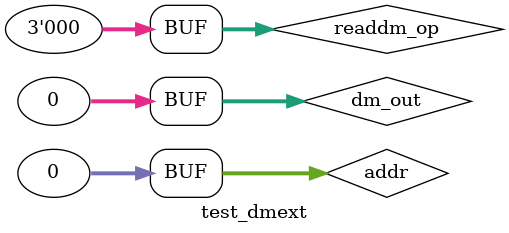
<source format=v>
`timescale 1ns / 1ps


module test_dmext;

	// Inputs
	reg [31:0] dm_out;
	reg [2:0] readdm_op;
	reg [31:0] addr;

	// Outputs
	wire [31:0] M_dm_out;

	// Instantiate the Unit Under Test (UUT)
	dmext uut (
		.dm_out(dm_out), 
		.readdm_op(readdm_op), 
		.addr(addr), 
		.M_dm_out(M_dm_out)
	);

	initial begin
		// Initialize Inputs
		dm_out = 0;
		readdm_op = 0;
		addr = 0;

		// Wait 100 ns for global reset to finish
		#100;
        
		// Add stimulus here

	end
      
endmodule


</source>
